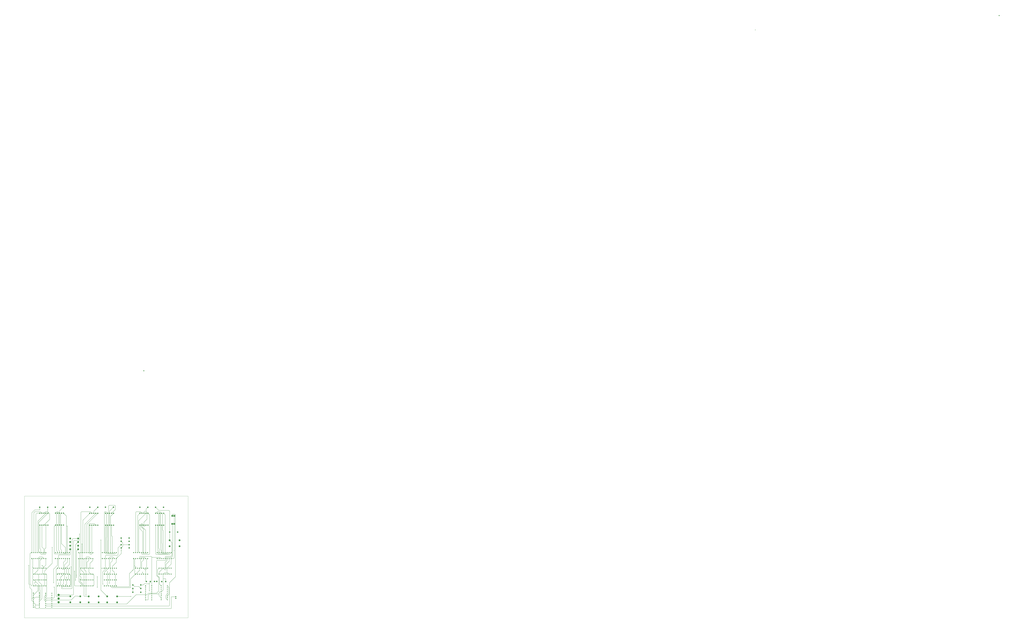
<source format=gbr>
G04 PROTEUS GERBER X2 FILE*
%TF.GenerationSoftware,Labcenter,Proteus,8.11-SP0-Build30052*%
%TF.CreationDate,2021-11-27T06:41:44+00:00*%
%TF.FileFunction,Copper,L2,Bot*%
%TF.FilePolarity,Positive*%
%TF.Part,Single*%
%TF.SameCoordinates,{e397242e-da90-49e6-b63e-a6f9376aac74}*%
%FSLAX45Y45*%
%MOMM*%
G01*
%TA.AperFunction,Conductor*%
%ADD10C,0.254000*%
%TA.AperFunction,ViaPad*%
%ADD11C,0.762000*%
%TA.AperFunction,OtherPad,Unknown*%
%ADD12C,0.762000*%
%ADD13C,1.270000*%
%TA.AperFunction,ComponentPad*%
%ADD14C,1.500000*%
%TA.AperFunction,ComponentPad*%
%ADD15R,1.270000X1.270000*%
%ADD16C,1.270000*%
%TA.AperFunction,WasherPad*%
%ADD17R,1.180000X1.180000*%
%TA.AperFunction,ComponentPad*%
%ADD18C,1.180000*%
%TA.AperFunction,WasherPad*%
%ADD19R,1.130000X1.130000*%
%TA.AperFunction,ComponentPad*%
%ADD70C,1.130000*%
%TA.AperFunction,ComponentPad*%
%ADD71C,2.250000*%
%TA.AperFunction,ComponentPad*%
%ADD20R,2.032000X2.032000*%
%ADD21C,1.778000*%
%ADD22C,2.286000*%
%TA.AperFunction,WasherPad*%
%ADD23C,1.397000*%
%TA.AperFunction,ComponentPad*%
%ADD24C,2.780000*%
%TA.AperFunction,OtherPad,Unknown*%
%ADD25C,1.778000*%
%TA.AperFunction,Profile*%
%ADD26C,0.203200*%
%TD.AperFunction*%
D10*
X-1642000Y+28152000D02*
X-1430000Y+27940000D01*
X-1333500Y+27940000D01*
X-1270000Y+28003500D01*
X-1270000Y+28638500D01*
X-866000Y+29042500D01*
X-866000Y+29380000D01*
X-2150000Y+27390000D02*
X-2150000Y+27644000D01*
X-1642000Y+28152000D01*
X-1828000Y+35164000D02*
X-1714500Y+35050500D01*
X-1714500Y+33043000D01*
X-1628000Y+32956500D01*
X-1628000Y+30142000D01*
X-1574000Y+35164000D02*
X-1374000Y+34964000D01*
X-1374000Y+30142000D01*
X-1828000Y+33640000D02*
X-1828000Y+31355500D01*
X-1778000Y+31305500D01*
X-1778000Y+30099000D01*
X-1714500Y+30035500D01*
X-1226500Y+30035500D01*
X-1120000Y+30142000D01*
X-1388000Y+28152000D02*
X-1388000Y+28892500D01*
X-1120000Y+29160500D01*
X-1120000Y+29380000D01*
X-2336000Y+33640000D02*
X-2336000Y+30403000D01*
X-2286000Y+30353000D01*
X-2286000Y+30035500D01*
X-2222500Y+29972000D01*
X-1036000Y+29972000D01*
X-866000Y+30142000D01*
X-2600000Y+35940000D02*
X-2199676Y+35539676D01*
X-906676Y+35539676D01*
X-800000Y+35433000D01*
X-800000Y+32760000D01*
X-16647000Y+23913000D02*
X-16493500Y+24066500D01*
X-13398500Y+24066500D01*
X-12890500Y+24574500D01*
X-1374000Y+29380000D02*
X-1374000Y+29572839D01*
X-1270000Y+29676839D01*
X-612661Y+29676839D01*
X-508000Y+29781500D01*
X-508000Y+31410000D01*
X-810000Y+31712000D01*
X-11892000Y+29370000D02*
X-11747500Y+29225500D01*
X-11747500Y+28003500D01*
X-11493500Y+27749500D01*
X-11493500Y+24701500D01*
X-1882000Y+29380000D02*
X-2029500Y+29527500D01*
X-2603500Y+29527500D01*
X-4638000Y+29380000D02*
X-4638000Y+29588500D01*
X-4572000Y+29654500D01*
X-3175000Y+29654500D01*
X-3048000Y+29527500D01*
X-2603500Y+29527500D02*
X-3048000Y+29527500D01*
X-3096300Y+25869000D02*
X-3096300Y+29479200D01*
X-3048000Y+29527500D01*
X-12220000Y+24542000D02*
X-12509500Y+24542000D01*
X-12542000Y+24574500D01*
X-12890500Y+24574500D01*
X-810000Y+31712000D02*
X-810000Y+31940500D01*
X-800000Y+31950500D01*
X-800000Y+32760000D01*
X-16647000Y+24675000D02*
X-16647000Y+24929000D01*
X-1887000Y+24609000D02*
X-1887000Y+24863000D01*
X-1093000Y+24355000D02*
X-1093000Y+24609000D01*
X-16647000Y+24675000D02*
X-16827500Y+24494500D01*
X-16827500Y+24093500D01*
X-16647000Y+23913000D01*
X-2590000Y+33640000D02*
X-2590000Y+29972000D01*
X-2526500Y+29908500D01*
X-845500Y+29908500D01*
X-612000Y+30142000D01*
X-2336000Y+35164000D02*
X-2222500Y+35050500D01*
X-2222500Y+30693500D01*
X-2136000Y+30607000D01*
X-2136000Y+30142000D01*
X-2590000Y+35164000D02*
X-2384500Y+35369500D01*
X-2032000Y+35369500D01*
X-1968500Y+35306000D01*
X-1968500Y+30503000D01*
X-1882000Y+30416500D01*
X-1882000Y+30142000D01*
X-4632000Y+28142000D02*
X-4508500Y+28265500D01*
X-4508500Y+29464000D01*
X-4445000Y+29527500D01*
X-4023500Y+29527500D01*
X-3876000Y+29380000D01*
X-4632000Y+28142000D02*
X-4632000Y+27888000D01*
X-5140000Y+27380000D01*
X-3828000Y+35174000D02*
X-4762500Y+34239500D01*
X-4762500Y+30266500D01*
X-4638000Y+30142000D01*
X-5524500Y+27876500D02*
X-5400000Y+28001000D01*
X-5400000Y+29380000D01*
X-3574000Y+35174000D02*
X-3365500Y+34965500D01*
X-3365500Y+29972000D01*
X-3429000Y+29908500D01*
X-4318000Y+29908500D01*
X-4384000Y+29974500D01*
X-4384000Y+30142000D01*
X-5270500Y+28448000D02*
X-5270500Y+29255500D01*
X-5146000Y+29380000D01*
X-4130000Y+30142000D02*
X-4130000Y+33131500D01*
X-4463000Y+33464500D01*
X-4463000Y+33782000D01*
X-4399500Y+33845500D01*
X-4318000Y+33845500D01*
X-4209000Y+33736500D01*
X-4209000Y+33591500D01*
X-4145500Y+33528000D01*
X-3950000Y+33528000D01*
X-3828000Y+33650000D01*
X-4378000Y+28142000D02*
X-4378000Y+28962000D01*
X-4130000Y+29210000D01*
X-4130000Y+29380000D01*
X-3876000Y+30142000D02*
X-3876000Y+33004500D01*
X-4336000Y+33464500D01*
X-4336000Y+33650000D01*
X-4590000Y+33650000D02*
X-4590000Y+33165000D01*
X-4254500Y+32829500D01*
X-4254500Y+30099000D01*
X-4191000Y+30035500D01*
X-3728500Y+30035500D01*
X-3622000Y+30142000D01*
X-4336000Y+35174000D02*
X-4531500Y+35369500D01*
X-5080000Y+35369500D01*
X-5146000Y+35303500D01*
X-5146000Y+30142000D01*
X-4590000Y+35174000D02*
X-4892000Y+34872000D01*
X-4892000Y+30142000D01*
X-8763000Y+27686000D02*
X-8763000Y+26011000D01*
X-8632000Y+25880000D01*
X-5143500Y+28321000D02*
X-5140000Y+28317500D01*
X-5140000Y+28142000D01*
X-12827000Y+26606500D02*
X-12827000Y+31157000D01*
X-12494000Y+31490000D01*
X-14622000Y+25880000D02*
X-14622000Y+25590500D01*
X-14558500Y+25527000D01*
X-13335000Y+25527000D01*
X-13271500Y+25590500D01*
X-13271500Y+31813500D01*
X-13145000Y+31940000D01*
X-12494000Y+31940000D01*
X-12140000Y+28142000D02*
X-12140000Y+27940000D01*
X-11747500Y+27547500D01*
X-11747500Y+24595500D01*
X-11684000Y+24532000D01*
X-11150000Y+24532000D01*
X-12140000Y+28142000D02*
X-12001500Y+28280500D01*
X-12001500Y+31242000D01*
X-8632000Y+28142000D02*
X-8509000Y+28265000D01*
X-8509000Y+29527500D01*
X-8445500Y+29591000D01*
X-8087000Y+29591000D01*
X-7876000Y+29380000D01*
X-9140000Y+27380000D02*
X-9140000Y+27634000D01*
X-8632000Y+28142000D01*
X-14478000Y+27241500D02*
X-14732000Y+26987500D01*
X-14732000Y+26024000D01*
X-14876000Y+25880000D01*
X-8228000Y+35164000D02*
X-7747000Y+35645000D01*
X-7747000Y+36131500D01*
X-7810500Y+36195000D01*
X-8509000Y+36195000D01*
X-8609000Y+36095000D01*
X-8609000Y+31715500D01*
X-8638000Y+31686500D01*
X-8638000Y+30142000D01*
X-7974000Y+35164000D02*
X-8355000Y+34783000D01*
X-8355000Y+30509000D01*
X-8384000Y+30480000D01*
X-8384000Y+30142000D01*
X-8228000Y+33640000D02*
X-8228000Y+32292500D01*
X-8130000Y+32194500D01*
X-8130000Y+30142000D01*
X-8378000Y+28142000D02*
X-8378000Y+28829000D01*
X-8130000Y+29077000D01*
X-8130000Y+29380000D01*
X-8378000Y+28142000D02*
X-8378000Y+27622500D01*
X-8509000Y+27491500D01*
X-8509000Y+26225500D01*
X-14986000Y+26225500D02*
X-14986000Y+26024000D01*
X-15130000Y+25880000D01*
X-8736000Y+33640000D02*
X-8736000Y+30380000D01*
X-8763000Y+30353000D01*
X-8763000Y+30099000D01*
X-8699500Y+30035500D01*
X-7982500Y+30035500D01*
X-7876000Y+30142000D01*
X-8990000Y+33640000D02*
X-8990000Y+33364500D01*
X-9017000Y+33337500D01*
X-9017000Y+30035500D01*
X-8953500Y+29972000D01*
X-7792000Y+29972000D01*
X-7622000Y+30142000D01*
X-8736000Y+35164000D02*
X-8941500Y+35369500D01*
X-9080500Y+35369500D01*
X-9146000Y+35304000D01*
X-9146000Y+30142000D01*
X-8990000Y+35164000D02*
X-8863000Y+35037000D01*
X-8863000Y+32096500D01*
X-8892000Y+32067500D01*
X-8892000Y+30142000D01*
X-9525000Y+28130500D02*
X-9461500Y+28130500D01*
X-9450000Y+28142000D01*
X-9140000Y+28142000D01*
X-9588500Y+31750000D02*
X-9588500Y+28194000D01*
X-9525000Y+28130500D01*
X-9588500Y+28067000D01*
X-9588500Y+25340500D01*
X-8780000Y+24532000D01*
X-11632000Y+28142000D02*
X-11493500Y+28280500D01*
X-11493500Y+29527500D01*
X-11430000Y+29591000D01*
X-11097000Y+29591000D01*
X-10876000Y+29370000D01*
X-10238000Y+35164000D02*
X-11638000Y+33764000D01*
X-11638000Y+30132000D01*
X-12400000Y+29370000D02*
X-12400000Y+26433500D01*
X-12001500Y+26035000D01*
X-14097000Y+26035000D02*
X-14114000Y+26018000D01*
X-14114000Y+25880000D01*
X-9984000Y+35164000D02*
X-11384000Y+33764000D01*
X-11384000Y+30132000D01*
X-13398500Y+28321000D02*
X-13398500Y+25836850D01*
X-13462000Y+25773350D01*
X-14261350Y+25773350D01*
X-14368000Y+25880000D01*
X-10238000Y+33640000D02*
X-10443500Y+33845500D01*
X-11049000Y+33845500D01*
X-11130000Y+33764500D01*
X-11130000Y+30132000D01*
X-11378000Y+28142000D02*
X-11378000Y+28898500D01*
X-11130000Y+29146500D01*
X-11130000Y+29370000D01*
X-10746000Y+33640000D02*
X-10746000Y+30262000D01*
X-10876000Y+30132000D01*
X-11000000Y+33640000D02*
X-11000000Y+29972000D01*
X-10936500Y+29908500D01*
X-10845500Y+29908500D01*
X-10622000Y+30132000D01*
X-10746000Y+35164000D02*
X-10951500Y+35369500D01*
X-12065000Y+35369500D01*
X-12146000Y+35288500D01*
X-12146000Y+30132000D01*
X-11000000Y+35164000D02*
X-11892000Y+34272000D01*
X-11892000Y+30132000D01*
X-12700000Y+27241500D02*
X-12700000Y+30354000D01*
X-12494000Y+30560000D01*
X-13970000Y+26987500D02*
X-13970000Y+25990000D01*
X-13860000Y+25880000D01*
X-12700000Y+27241500D02*
X-12700000Y+26987500D01*
X-14224000Y+28067000D02*
X-14224000Y+28575000D01*
X-13876000Y+28923000D01*
X-13876000Y+29380000D01*
X-14224000Y+27432000D02*
X-14287500Y+27495500D01*
X-15014500Y+27495500D01*
X-15130000Y+27380000D01*
X-14114000Y+26642000D02*
X-14224000Y+26752000D01*
X-14224000Y+27432000D01*
X-14224000Y+28067000D02*
X-14287500Y+28003500D01*
X-14483500Y+28003500D01*
X-14622000Y+28142000D01*
X-12255500Y+26733500D02*
X-12255500Y+26479500D01*
X-11886000Y+26110000D01*
X-11886000Y+25880000D01*
X-14224000Y+28067000D02*
X-14224000Y+27432000D01*
X-14618000Y+35184000D02*
X-14732000Y+35070000D01*
X-14732000Y+30574000D01*
X-14638000Y+30480000D01*
X-14638000Y+30142000D01*
X-13860000Y+28142000D02*
X-13716000Y+27998000D01*
X-13716000Y+26786000D01*
X-13860000Y+26642000D01*
X-14364000Y+35184000D02*
X-14003000Y+34823000D01*
X-14003000Y+30099000D01*
X-14066500Y+30035500D01*
X-14277500Y+30035500D01*
X-14384000Y+30142000D01*
X-15146000Y+29380000D02*
X-15146000Y+28511500D01*
X-15621000Y+28036500D01*
X-15621000Y+26289000D01*
X-17907000Y+26035000D02*
X-17886000Y+26014000D01*
X-17886000Y+25880000D01*
X-14618000Y+33660000D02*
X-14618000Y+31285500D01*
X-14130000Y+30797500D01*
X-14130000Y+30142000D01*
X-12954000Y+27749500D02*
X-12954000Y+25943500D01*
X-12890500Y+25880000D01*
X-12140000Y+25880000D01*
X-14368000Y+28142000D02*
X-14368000Y+28892500D01*
X-14130000Y+29130500D01*
X-14130000Y+29380000D01*
X-13906500Y+33528000D02*
X-13876000Y+33497500D01*
X-13876000Y+30142000D01*
X-15380000Y+33660000D02*
X-15557500Y+33482500D01*
X-15557500Y+30035500D01*
X-15494000Y+29972000D01*
X-13792000Y+29972000D01*
X-13622000Y+30142000D01*
X-15126000Y+35184000D02*
X-15240000Y+35070000D01*
X-15240000Y+30383500D01*
X-15146000Y+30289500D01*
X-15146000Y+30142000D01*
X-15380000Y+35184000D02*
X-15194500Y+35369500D01*
X-15049500Y+35369500D01*
X-14986000Y+35306000D01*
X-14986000Y+30447000D01*
X-14892000Y+30353000D01*
X-14892000Y+30142000D01*
X-15130000Y+28142000D02*
X-15303500Y+27968500D01*
X-15303500Y+24605500D01*
X-15240000Y+24542000D01*
X-13490000Y+24542000D01*
X-15130000Y+28142000D02*
X-15011000Y+28261000D01*
X-15011000Y+29756500D01*
X-14922500Y+29845000D01*
X-13573500Y+29845000D01*
X-13510000Y+29908500D01*
X-13510000Y+30560000D01*
X-13510000Y+31030000D02*
X-13510000Y+30560000D01*
X-17632000Y+27380000D02*
X-17526000Y+27274000D01*
X-17526000Y+26416000D01*
X-17124000Y+26014000D01*
X-17124000Y+25880000D01*
X-17124000Y+24258000D01*
X-17448000Y+23934000D01*
X-17632000Y+28142000D02*
X-17526000Y+28248000D01*
X-17526000Y+29527500D01*
X-17462500Y+29591000D01*
X-17087000Y+29591000D01*
X-16876000Y+29380000D01*
X-18140000Y+27380000D02*
X-17632000Y+27888000D01*
X-17632000Y+28142000D01*
X-16618000Y+35174000D02*
X-17638000Y+34154000D01*
X-17638000Y+30142000D01*
X-18288000Y+27749500D02*
X-18288000Y+28257500D01*
X-18288000Y+27749500D02*
X-18288000Y+26028000D01*
X-18140000Y+25880000D01*
X-18288000Y+28257500D02*
X-18288000Y+29268000D01*
X-18400000Y+29380000D01*
X-16364000Y+35174000D02*
X-17526000Y+34012000D01*
X-17526000Y+30284000D01*
X-17384000Y+30142000D01*
X-16618000Y+33650000D02*
X-16618000Y+30753000D01*
X-16764000Y+30607000D01*
X-16764000Y+30099000D01*
X-16827500Y+30035500D01*
X-17023500Y+30035500D01*
X-17130000Y+30142000D01*
X-17378000Y+28142000D02*
X-17378000Y+29132000D01*
X-17130000Y+29380000D01*
X-17126000Y+33650000D02*
X-17126000Y+30857000D01*
X-16876000Y+30607000D01*
X-16876000Y+30142000D01*
X-17380000Y+33650000D02*
X-17380000Y+30651500D01*
X-17272000Y+30543500D01*
X-17272000Y+29972000D01*
X-17208500Y+29908500D01*
X-16700500Y+29908500D01*
X-16622000Y+29987000D01*
X-16622000Y+30142000D01*
X-17126000Y+35174000D02*
X-17321500Y+35369500D01*
X-18034000Y+35369500D01*
X-18146000Y+35257500D01*
X-18146000Y+30142000D01*
X-17380000Y+35174000D02*
X-17780000Y+35174000D01*
X-17892000Y+35062000D01*
X-17892000Y+30142000D01*
X-17378000Y+25880000D02*
X-17378000Y+25336500D01*
X-17335500Y+25294000D01*
X-17335500Y+24300500D01*
X-17448000Y+24188000D01*
X-14478000Y+26035000D02*
X-14478000Y+25717500D01*
X-7000000Y+31150000D02*
X-7394282Y+30755718D01*
X-7394282Y+29880218D01*
X-7493000Y+29781500D01*
X-8953500Y+29781500D01*
X-9017000Y+29718000D01*
X-9017000Y+28003500D01*
X-9363074Y+27657426D01*
X-9363074Y+26127074D01*
X-9334500Y+26098500D01*
X-15557500Y+25717500D02*
X-15527140Y+25687140D01*
X-15527140Y+24414360D01*
X-15621000Y+24320500D01*
X-16493500Y+24320500D01*
X-16647000Y+24167000D01*
X-14478000Y+26035000D02*
X-14368000Y+26145000D01*
X-14368000Y+26642000D01*
X-15811500Y+30797500D02*
X-15811500Y+28765500D01*
X-16764000Y+27813000D01*
X-16764000Y+25986000D01*
X-16870000Y+25880000D01*
X-12509500Y+30797500D02*
X-12494000Y+30813000D01*
X-12494000Y+31030000D01*
X-16647000Y+23405000D02*
X-16546500Y+23304500D01*
X-889000Y+23304500D01*
X-825500Y+23368000D01*
X-825500Y+26289000D01*
X-63500Y+27051000D01*
X-63500Y+34988500D01*
X-127000Y+35052000D01*
X-470000Y+35052000D01*
X-470000Y+34840000D01*
X-16383000Y+35369500D02*
X-16129000Y+35115500D01*
X-16129000Y+34393000D01*
X-16872000Y+33650000D01*
X-16383000Y+35369500D02*
X-16676500Y+35369500D01*
X-16872000Y+35174000D01*
X-16383000Y+35369500D02*
X-16383000Y+35560000D01*
X-16384000Y+35561000D01*
X-16384000Y+35940000D01*
X-14872000Y+35184000D02*
X-14872000Y+35466000D01*
X-14394000Y+35944000D01*
X-14872000Y+35184000D02*
X-14872000Y+33660000D01*
X-10492000Y+35164000D02*
X-10492000Y+35432000D01*
X-9984000Y+35940000D01*
X-8482000Y+35164000D02*
X-8482000Y+35446000D01*
X-7984000Y+35944000D01*
X-8482000Y+35164000D02*
X-8482000Y+33640000D01*
X-3810000Y+35433000D02*
X-3701000Y+35324000D01*
X-3701000Y+34417000D01*
X-4082000Y+34036000D01*
X-4082000Y+33650000D01*
X-3810000Y+35433000D02*
X-3810000Y+35724000D01*
X-3594000Y+35940000D01*
X-3810000Y+35433000D02*
X-4018500Y+35433000D01*
X-4082000Y+35369500D01*
X-4082000Y+35174000D01*
X-2082000Y+35164000D02*
X-2082000Y+33640000D01*
X-5510000Y+25070000D02*
X-5510000Y+25550000D01*
X-17632000Y+25880000D02*
X-17632000Y+25274000D01*
X-18210000Y+24696000D01*
X-12319000Y+32512000D02*
X-12319000Y+31750000D01*
X-12382500Y+31686500D01*
X-13017500Y+31686500D01*
X-13081000Y+31623000D01*
X-13081000Y+24793500D01*
X-13144500Y+24730000D01*
X-14990000Y+24730000D01*
X-17018000Y+28142000D02*
X-17124000Y+28142000D01*
X-1134000Y+28152000D02*
X-612000Y+28674000D01*
X-612000Y+29380000D01*
X-3873500Y+27940000D02*
X-3746500Y+28067000D01*
X-3746500Y+29255500D01*
X-3622000Y+29380000D01*
X-3870000Y+27380000D02*
X-3870000Y+27936500D01*
X-3873500Y+27940000D01*
X-8124000Y+28142000D02*
X-8124000Y+28384500D01*
X-7622000Y+28886500D01*
X-7622000Y+29380000D01*
X-17018000Y+28130500D02*
X-17018000Y+28142000D01*
X-11124000Y+28142000D02*
X-10985500Y+28280500D01*
X-10985500Y+28765500D01*
X-10622000Y+29129000D01*
X-10622000Y+29370000D01*
X-13970000Y+28257500D02*
X-13622000Y+28605500D01*
X-13622000Y+29380000D01*
X-7870000Y+27380000D02*
X-7870000Y+27622500D01*
X-8124000Y+27876500D01*
X-8124000Y+28142000D01*
X-16870000Y+27380000D02*
X-17018000Y+27528000D01*
X-17018000Y+28130500D01*
X-3873500Y+27940000D02*
X-3922000Y+27940000D01*
X-4124000Y+28142000D01*
X-1887000Y+24355000D02*
X-2159000Y+24627000D01*
X-2159000Y+24828500D01*
X-10870000Y+27380000D02*
X-11124000Y+27634000D01*
X-11124000Y+28142000D01*
X-13860000Y+27380000D02*
X-13970000Y+27490000D01*
X-13970000Y+27998000D01*
X-14114000Y+28142000D01*
X-17448000Y+24442000D02*
X-17912499Y+24442001D01*
X-18034000Y+24320500D01*
X-7000000Y+31580000D02*
X-6794500Y+31374500D01*
X-6794500Y+31150000D01*
X-6990000Y+30740000D02*
X-6794500Y+30935500D01*
X-6794500Y+31150000D01*
X-1642000Y+27390000D02*
X-1473000Y+27559000D01*
X-1143000Y+27559000D01*
X-16616000Y+25880000D02*
X-16510000Y+25774000D01*
X-16510000Y+24558000D01*
X-16647000Y+24421000D01*
X-18210000Y+23680000D02*
X-18092000Y+23680000D01*
X-17970500Y+23558500D01*
X-17970500Y+23431500D01*
X-880000Y+27390000D02*
X-1049000Y+27559000D01*
X-1143000Y+27559000D01*
X-18210000Y+24442000D02*
X-18088500Y+24320500D01*
X-18034000Y+24320500D01*
X-226000Y+33810000D02*
X-226000Y+34036000D01*
X-216000Y+34046000D01*
X-216000Y+34840000D01*
X-1134000Y+28152000D02*
X-1134000Y+27940000D01*
X-1143000Y+27931000D01*
X-1143000Y+27559000D01*
X-17448000Y+23426000D02*
X-17653000Y+23426000D01*
X-17658500Y+23431500D01*
X-17970500Y+23431500D01*
X-14114000Y+28142000D02*
X-13998500Y+28257500D01*
X-13970000Y+28257500D01*
X-13606000Y+27380000D02*
X-13462000Y+27236000D01*
X-13462000Y+26024000D01*
X-13606000Y+25880000D01*
X-7870000Y+27380000D02*
X-7747000Y+27257000D01*
X-7747000Y+26011000D01*
X-7616000Y+25880000D01*
X-6794500Y+31150000D02*
X-5984000Y+31150000D01*
X-7000000Y+31580000D02*
X-7000000Y+32000000D01*
X-1887000Y+24355000D02*
X-1887000Y+24101000D01*
X-17448000Y+23426000D02*
X-17448000Y+23680000D01*
X-17448000Y+24442001D02*
X-17448000Y+24442000D01*
X-17448000Y+24696000D01*
X-17448000Y+24696001D01*
X-18210000Y+23934000D02*
X-18210000Y+23680000D01*
X-10870000Y+27380000D02*
X-10616000Y+27380000D01*
X-10477500Y+27241500D02*
X-10477500Y+27114500D01*
X-10616000Y+27380000D02*
X-10477500Y+27241500D01*
X-10477500Y+27114500D02*
X-10477500Y+26018500D01*
X-10616000Y+25880000D01*
X-16616000Y+27380000D02*
X-16510000Y+27274000D01*
X-16510000Y+25986000D01*
X-16616000Y+25880000D01*
X-12400000Y+30132000D02*
X-12255500Y+29987500D01*
X-12255500Y+27114500D01*
X-12140000Y+26999000D01*
X-12140000Y+26642000D01*
X-4254500Y+27622500D02*
X-4254500Y+27510500D01*
X-4124000Y+27380000D01*
X-1312000Y+26430000D02*
X-1312000Y+26800000D01*
X-1642000Y+26800000D01*
X-1642000Y+27390000D02*
X-1642000Y+26800000D01*
X-1642000Y+25362000D01*
X-1887000Y+25117000D01*
X-5524500Y+27876500D02*
X-5950000Y+27451000D01*
X-5950000Y+25773350D01*
X-8017350Y+25773350D01*
X-8124000Y+25880000D01*
X-5270500Y+27300000D02*
X-5800000Y+26770500D01*
X-5800000Y+25650000D01*
X-5270500Y+28448000D02*
X-5270500Y+27300000D01*
X-5800000Y+25650000D02*
X-8148000Y+25650000D01*
X-8378000Y+25880000D01*
X-3870000Y+27380000D02*
X-3870000Y+26800000D01*
X-3870000Y+26650000D01*
X-3870000Y+26600000D01*
X-3870000Y+26530000D01*
X-3780000Y+26440000D01*
X-5510000Y+26000000D02*
X-5310000Y+25800000D01*
X-4744000Y+25800000D01*
X-4494000Y+25550000D01*
X-2283000Y+24850000D02*
X-2159000Y+24850000D01*
X-1887000Y+25117000D02*
X-2061000Y+25117000D01*
X-2159000Y+25019000D01*
X-2159000Y+24850000D01*
X-2159000Y+24828500D01*
X-3096300Y+24853000D02*
X-2286000Y+24853000D01*
X-2283000Y+24850000D01*
X-1093000Y+24609000D02*
X-900000Y+24802000D01*
X-900000Y+25686000D01*
X-1093000Y+25879000D01*
X-4494000Y+26000000D02*
X-4200000Y+26000000D01*
X-4100000Y+26100000D01*
X-4050000Y+26150000D01*
X-3450000Y+26150000D01*
X-3272000Y+26328000D01*
X-3272000Y+26440000D01*
X-3100000Y+24950000D02*
X-2476500Y+24950000D01*
X-3700000Y+24750000D02*
X-3500000Y+24950000D01*
X-3100000Y+24950000D01*
X-16647000Y+23659000D02*
X-16546500Y+23558500D01*
X-6286500Y+23558500D01*
X-5095000Y+24750000D01*
X-3700000Y+24750000D01*
X-3883700Y+24091000D02*
X-3550000Y+24091000D01*
X-3550000Y+24700000D01*
X-3397000Y+24853000D01*
X-3096300Y+24853000D01*
X-3400000Y+25250000D02*
X-3400000Y+26100000D01*
X-3450000Y+26150000D01*
X-1093000Y+24101000D02*
X-1292000Y+24300000D01*
X-1292000Y+24664000D01*
X-1093000Y+24863000D01*
X-2349500Y+27200000D02*
X-2104000Y+26954500D01*
X-2104000Y+26096000D01*
X-1887000Y+25879000D02*
X-2104000Y+26096000D01*
X-2349500Y+27200000D02*
X-2349500Y+27952500D01*
X-2150000Y+28152000D01*
X-2476500Y+27200000D02*
X-2200000Y+26923500D01*
X-2200000Y+25226500D01*
X-2476500Y+24950000D01*
X-2476500Y+27200000D02*
X-2476500Y+29083000D01*
X-2413000Y+29146500D01*
X-1333500Y+29146500D01*
X-1270000Y+29210000D01*
X-1270000Y+29464000D01*
X-1206500Y+29527500D01*
X-571500Y+29527500D01*
X-457200Y+29641800D01*
X-457200Y+33568700D01*
X-480000Y+33591500D01*
X-480000Y+33810000D01*
X-18400000Y+30142000D02*
X-18400000Y+31000000D01*
X-18400000Y+35250000D01*
X-18050000Y+35600000D01*
X-17400000Y+35600000D01*
X-17400000Y+35940000D01*
X-7510000Y+24532000D02*
X-5750000Y+24532000D01*
X-10049500Y+25700000D02*
X-10049500Y+27050000D01*
X-7550000Y+29600000D02*
X-7476000Y+29526000D01*
X-7622000Y+29380000D02*
X-7476000Y+29526000D01*
X-18140000Y+26642000D02*
X-17899000Y+26401000D01*
X-17526000Y+26028000D01*
X-17526000Y+25146000D01*
X-17448000Y+25068000D01*
X-17448000Y+24950000D01*
X-17899000Y+26401000D02*
X-18050000Y+26250000D01*
X-18400000Y+25900000D02*
X-18650000Y+26150000D01*
X-18650000Y+30000000D01*
X-18508000Y+30142000D01*
X-18400000Y+30142000D01*
X-7476000Y+29526000D02*
X-6990000Y+30012000D01*
X-6990000Y+30400000D01*
X-6990000Y+30740000D01*
X-612000Y+29380000D02*
X-310000Y+29380000D01*
X-226000Y+29464000D01*
X-226000Y+30400000D01*
X-226000Y+33810000D01*
X-18415000Y+24237000D02*
X-18415000Y+25400000D01*
X-18665000Y+25650000D01*
X-18665000Y+26000000D01*
X-18800000Y+26135000D01*
X-18800000Y+28500000D01*
X-17100000Y+28500000D02*
X-16880000Y+28280000D01*
X-17018000Y+28142000D02*
X-16880000Y+28280000D01*
X-16622000Y+28538000D01*
X-16622000Y+29380000D01*
X-18210000Y+24442000D02*
X-18415000Y+24237000D01*
X-18415000Y+23997500D01*
X-18351500Y+23934000D01*
X-18210000Y+23934000D01*
X-18034000Y+23172000D02*
X-17850000Y+22988000D01*
X-600000Y+22988000D01*
X-600000Y+24490000D01*
X-20000Y+24490000D01*
X-17970500Y+23431500D02*
X-17970500Y+23235500D01*
X-18034000Y+23172000D01*
X-18210000Y+23172000D01*
D11*
X-11493500Y+24701500D03*
X-8763000Y+27686000D03*
X-5143500Y+28321000D03*
X-12827000Y+26606500D03*
X-12001500Y+31242000D03*
X-14478000Y+27241500D03*
X-8509000Y+26225500D03*
X-14986000Y+26225500D03*
X-9588500Y+31750000D03*
X-12001500Y+26035000D03*
X-14097000Y+26035000D03*
X-13398500Y+28321000D03*
X-13970000Y+26987500D03*
X-12700000Y+26987500D03*
X-12700000Y+27241500D03*
X-12255500Y+26733500D03*
X-15621000Y+26289000D03*
X-17907000Y+26035000D03*
X-12954000Y+27749500D03*
X-13906500Y+33528000D03*
X-18288000Y+28257500D03*
X-9334500Y+26098500D03*
X-14478000Y+25717500D03*
X-15557500Y+25717500D03*
X-15811500Y+30797500D03*
X-12509500Y+30797500D03*
X-12319000Y+32512000D03*
X-4254500Y+27622500D03*
X-5270500Y+28448000D03*
X-5524500Y+27876500D03*
X-3400000Y+25250000D03*
X-5750000Y+24532000D03*
X-10049500Y+25700000D03*
X-10049500Y+27050000D03*
X-18050000Y+26250000D03*
X-18400000Y+25900000D03*
X-6990000Y+30400000D03*
X-226000Y+30400000D03*
X-18800000Y+28500000D03*
X-17100000Y+28500000D03*
D12*
X+74000000Y+97000000D03*
D13*
X+105150000Y+98840000D03*
D14*
X-2590000Y+33640000D03*
X-2336000Y+33640000D03*
X-2082000Y+33640000D03*
X-1828000Y+33640000D03*
X-1574000Y+33640000D03*
X-1574000Y+35164000D03*
X-1828000Y+35164000D03*
X-2082000Y+35164000D03*
X-2336000Y+35164000D03*
X-2590000Y+35164000D03*
X-4590000Y+33650000D03*
X-4336000Y+33650000D03*
X-4082000Y+33650000D03*
X-3828000Y+33650000D03*
X-3574000Y+33650000D03*
X-3574000Y+35174000D03*
X-3828000Y+35174000D03*
X-4082000Y+35174000D03*
X-4336000Y+35174000D03*
X-4590000Y+35174000D03*
X-8990000Y+33640000D03*
X-8736000Y+33640000D03*
X-8482000Y+33640000D03*
X-8228000Y+33640000D03*
X-7974000Y+33640000D03*
X-7974000Y+35164000D03*
X-8228000Y+35164000D03*
X-8482000Y+35164000D03*
X-8736000Y+35164000D03*
X-8990000Y+35164000D03*
X-11000000Y+33640000D03*
X-10746000Y+33640000D03*
X-10492000Y+33640000D03*
X-10238000Y+33640000D03*
X-9984000Y+33640000D03*
X-9984000Y+35164000D03*
X-10238000Y+35164000D03*
X-10492000Y+35164000D03*
X-10746000Y+35164000D03*
X-11000000Y+35164000D03*
X-15380000Y+33660000D03*
X-15126000Y+33660000D03*
X-14872000Y+33660000D03*
X-14618000Y+33660000D03*
X-14364000Y+33660000D03*
X-14364000Y+35184000D03*
X-14618000Y+35184000D03*
X-14872000Y+35184000D03*
X-15126000Y+35184000D03*
X-15380000Y+35184000D03*
X-17380000Y+33650000D03*
X-17126000Y+33650000D03*
X-16872000Y+33650000D03*
X-16618000Y+33650000D03*
X-16364000Y+33650000D03*
X-16364000Y+35174000D03*
X-16618000Y+35174000D03*
X-16872000Y+35174000D03*
X-17126000Y+35174000D03*
X-17380000Y+35174000D03*
D15*
X-2150000Y+27390000D03*
D16*
X-1896000Y+27390000D03*
X-1642000Y+27390000D03*
X-1388000Y+27390000D03*
X-1134000Y+27390000D03*
X-880000Y+27390000D03*
X-626000Y+27390000D03*
X-626000Y+28152000D03*
X-880000Y+28152000D03*
X-1134000Y+28152000D03*
X-1388000Y+28152000D03*
X-1642000Y+28152000D03*
X-1896000Y+28152000D03*
X-2150000Y+28152000D03*
D15*
X-2390000Y+29380000D03*
D16*
X-2136000Y+29380000D03*
X-1882000Y+29380000D03*
X-1628000Y+29380000D03*
X-1374000Y+29380000D03*
X-1120000Y+29380000D03*
X-866000Y+29380000D03*
X-612000Y+29380000D03*
X-612000Y+30142000D03*
X-866000Y+30142000D03*
X-1120000Y+30142000D03*
X-1374000Y+30142000D03*
X-1628000Y+30142000D03*
X-1882000Y+30142000D03*
X-2136000Y+30142000D03*
X-2390000Y+30142000D03*
D15*
X-5140000Y+27380000D03*
D16*
X-4886000Y+27380000D03*
X-4632000Y+27380000D03*
X-4378000Y+27380000D03*
X-4124000Y+27380000D03*
X-3870000Y+27380000D03*
X-3616000Y+27380000D03*
X-3616000Y+28142000D03*
X-3870000Y+28142000D03*
X-4124000Y+28142000D03*
X-4378000Y+28142000D03*
X-4632000Y+28142000D03*
X-4886000Y+28142000D03*
X-5140000Y+28142000D03*
D15*
X-5400000Y+29380000D03*
D16*
X-5146000Y+29380000D03*
X-4892000Y+29380000D03*
X-4638000Y+29380000D03*
X-4384000Y+29380000D03*
X-4130000Y+29380000D03*
X-3876000Y+29380000D03*
X-3622000Y+29380000D03*
X-3622000Y+30142000D03*
X-3876000Y+30142000D03*
X-4130000Y+30142000D03*
X-4384000Y+30142000D03*
X-4638000Y+30142000D03*
X-4892000Y+30142000D03*
X-5146000Y+30142000D03*
X-5400000Y+30142000D03*
D15*
X-9140000Y+27380000D03*
D16*
X-8886000Y+27380000D03*
X-8632000Y+27380000D03*
X-8378000Y+27380000D03*
X-8124000Y+27380000D03*
X-7870000Y+27380000D03*
X-7616000Y+27380000D03*
X-7616000Y+28142000D03*
X-7870000Y+28142000D03*
X-8124000Y+28142000D03*
X-8378000Y+28142000D03*
X-8632000Y+28142000D03*
X-8886000Y+28142000D03*
X-9140000Y+28142000D03*
D15*
X-9400000Y+29380000D03*
D16*
X-9146000Y+29380000D03*
X-8892000Y+29380000D03*
X-8638000Y+29380000D03*
X-8384000Y+29380000D03*
X-8130000Y+29380000D03*
X-7876000Y+29380000D03*
X-7622000Y+29380000D03*
X-7622000Y+30142000D03*
X-7876000Y+30142000D03*
X-8130000Y+30142000D03*
X-8384000Y+30142000D03*
X-8638000Y+30142000D03*
X-8892000Y+30142000D03*
X-9146000Y+30142000D03*
X-9400000Y+30142000D03*
D15*
X-12140000Y+27380000D03*
D16*
X-11886000Y+27380000D03*
X-11632000Y+27380000D03*
X-11378000Y+27380000D03*
X-11124000Y+27380000D03*
X-10870000Y+27380000D03*
X-10616000Y+27380000D03*
X-10616000Y+28142000D03*
X-10870000Y+28142000D03*
X-11124000Y+28142000D03*
X-11378000Y+28142000D03*
X-11632000Y+28142000D03*
X-11886000Y+28142000D03*
X-12140000Y+28142000D03*
D15*
X-12400000Y+29370000D03*
D16*
X-12146000Y+29370000D03*
X-11892000Y+29370000D03*
X-11638000Y+29370000D03*
X-11384000Y+29370000D03*
X-11130000Y+29370000D03*
X-10876000Y+29370000D03*
X-10622000Y+29370000D03*
X-10622000Y+30132000D03*
X-10876000Y+30132000D03*
X-11130000Y+30132000D03*
X-11384000Y+30132000D03*
X-11638000Y+30132000D03*
X-11892000Y+30132000D03*
X-12146000Y+30132000D03*
X-12400000Y+30132000D03*
D15*
X-15130000Y+27380000D03*
D16*
X-14876000Y+27380000D03*
X-14622000Y+27380000D03*
X-14368000Y+27380000D03*
X-14114000Y+27380000D03*
X-13860000Y+27380000D03*
X-13606000Y+27380000D03*
X-13606000Y+28142000D03*
X-13860000Y+28142000D03*
X-14114000Y+28142000D03*
X-14368000Y+28142000D03*
X-14622000Y+28142000D03*
X-14876000Y+28142000D03*
X-15130000Y+28142000D03*
D15*
X-15400000Y+29380000D03*
D16*
X-15146000Y+29380000D03*
X-14892000Y+29380000D03*
X-14638000Y+29380000D03*
X-14384000Y+29380000D03*
X-14130000Y+29380000D03*
X-13876000Y+29380000D03*
X-13622000Y+29380000D03*
X-13622000Y+30142000D03*
X-13876000Y+30142000D03*
X-14130000Y+30142000D03*
X-14384000Y+30142000D03*
X-14638000Y+30142000D03*
X-14892000Y+30142000D03*
X-15146000Y+30142000D03*
X-15400000Y+30142000D03*
D15*
X-18140000Y+27380000D03*
D16*
X-17886000Y+27380000D03*
X-17632000Y+27380000D03*
X-17378000Y+27380000D03*
X-17124000Y+27380000D03*
X-16870000Y+27380000D03*
X-16616000Y+27380000D03*
X-16616000Y+28142000D03*
X-16870000Y+28142000D03*
X-17124000Y+28142000D03*
X-17378000Y+28142000D03*
X-17632000Y+28142000D03*
X-17886000Y+28142000D03*
X-18140000Y+28142000D03*
D15*
X-18400000Y+29380000D03*
D16*
X-18146000Y+29380000D03*
X-17892000Y+29380000D03*
X-17638000Y+29380000D03*
X-17384000Y+29380000D03*
X-17130000Y+29380000D03*
X-16876000Y+29380000D03*
X-16622000Y+29380000D03*
X-16622000Y+30142000D03*
X-16876000Y+30142000D03*
X-17130000Y+30142000D03*
X-17384000Y+30142000D03*
X-17638000Y+30142000D03*
X-17892000Y+30142000D03*
X-18146000Y+30142000D03*
X-18400000Y+30142000D03*
D15*
X-18140000Y+25880000D03*
D16*
X-17886000Y+25880000D03*
X-17632000Y+25880000D03*
X-17378000Y+25880000D03*
X-17124000Y+25880000D03*
X-16870000Y+25880000D03*
X-16616000Y+25880000D03*
X-16616000Y+26642000D03*
X-16870000Y+26642000D03*
X-17124000Y+26642000D03*
X-17378000Y+26642000D03*
X-17632000Y+26642000D03*
X-17886000Y+26642000D03*
X-18140000Y+26642000D03*
D15*
X-9140000Y+25880000D03*
D16*
X-8886000Y+25880000D03*
X-8632000Y+25880000D03*
X-8378000Y+25880000D03*
X-8124000Y+25880000D03*
X-7870000Y+25880000D03*
X-7616000Y+25880000D03*
X-7616000Y+26642000D03*
X-7870000Y+26642000D03*
X-8124000Y+26642000D03*
X-8378000Y+26642000D03*
X-8632000Y+26642000D03*
X-8886000Y+26642000D03*
X-9140000Y+26642000D03*
D15*
X-15130000Y+25880000D03*
D16*
X-14876000Y+25880000D03*
X-14622000Y+25880000D03*
X-14368000Y+25880000D03*
X-14114000Y+25880000D03*
X-13860000Y+25880000D03*
X-13606000Y+25880000D03*
X-13606000Y+26642000D03*
X-13860000Y+26642000D03*
X-14114000Y+26642000D03*
X-14368000Y+26642000D03*
X-14622000Y+26642000D03*
X-14876000Y+26642000D03*
X-15130000Y+26642000D03*
D15*
X-12140000Y+25880000D03*
D16*
X-11886000Y+25880000D03*
X-11632000Y+25880000D03*
X-11378000Y+25880000D03*
X-11124000Y+25880000D03*
X-10870000Y+25880000D03*
X-10616000Y+25880000D03*
X-10616000Y+26642000D03*
X-10870000Y+26642000D03*
X-11124000Y+26642000D03*
X-11378000Y+26642000D03*
X-11632000Y+26642000D03*
X-11886000Y+26642000D03*
X-12140000Y+26642000D03*
D17*
X-3883700Y+25869000D03*
D18*
X-3883700Y+25615000D03*
X-3883700Y+25361000D03*
X-3883700Y+25107000D03*
X-3883700Y+24853000D03*
X-3883700Y+24599000D03*
X-3883700Y+24345000D03*
X-3883700Y+24091000D03*
X-3096300Y+24091000D03*
X-3096300Y+24345000D03*
X-3096300Y+24599000D03*
X-3096300Y+24853000D03*
X-3096300Y+25107000D03*
X-3096300Y+25361000D03*
X-3096300Y+25615000D03*
X-3096300Y+25869000D03*
D19*
X-1887000Y+25879000D03*
D70*
X-1887000Y+25625000D03*
X-1887000Y+25371000D03*
X-1887000Y+25117000D03*
X-1887000Y+24863000D03*
X-1887000Y+24609000D03*
X-1887000Y+24355000D03*
X-1887000Y+24101000D03*
X-1093000Y+24101000D03*
X-1093000Y+24355000D03*
X-1093000Y+24609000D03*
X-1093000Y+24863000D03*
X-1093000Y+25117000D03*
X-1093000Y+25371000D03*
X-1093000Y+25625000D03*
X-1093000Y+25879000D03*
D71*
X-8780000Y+23770000D03*
X-7510000Y+23770000D03*
X-7510000Y+24532000D03*
X-8780000Y+24532000D03*
X-11150000Y+23770000D03*
X-9880000Y+23770000D03*
X-9880000Y+24532000D03*
X-11150000Y+24532000D03*
X-13490000Y+23780000D03*
X-12220000Y+23780000D03*
X-12220000Y+24542000D03*
X-13490000Y+24542000D03*
D15*
X-18210000Y+24950000D03*
D16*
X-18210000Y+24696000D03*
X-18210000Y+24442000D03*
X-18210000Y+24188000D03*
X-18210000Y+23934000D03*
X-18210000Y+23680000D03*
X-18210000Y+23426000D03*
X-18210000Y+23172000D03*
X-17448000Y+23172000D03*
X-17448000Y+23426000D03*
X-17448000Y+23680000D03*
X-17448000Y+23934000D03*
X-17448000Y+24188000D03*
X-17448000Y+24442000D03*
X-17448000Y+24696000D03*
X-17448000Y+24950000D03*
D19*
X-16647000Y+24929000D03*
D70*
X-16647000Y+24675000D03*
X-16647000Y+24421000D03*
X-16647000Y+24167000D03*
X-16647000Y+23913000D03*
X-16647000Y+23659000D03*
X-16647000Y+23405000D03*
X-16647000Y+23151000D03*
X-15853000Y+23151000D03*
X-15853000Y+23405000D03*
X-15853000Y+23659000D03*
X-15853000Y+23913000D03*
X-15853000Y+24167000D03*
X-15853000Y+24421000D03*
X-15853000Y+24675000D03*
X-15853000Y+24929000D03*
D20*
X-470000Y+34840000D03*
X-216000Y+34840000D03*
X-480000Y+33810000D03*
X-226000Y+33810000D03*
D71*
X-810000Y+30950000D03*
X+460000Y+30950000D03*
X+460000Y+31712000D03*
X-810000Y+31712000D03*
D21*
X-5510000Y+26000000D03*
X-4494000Y+26000000D03*
X-5510000Y+25550000D03*
X-4494000Y+25550000D03*
X-5510000Y+25070000D03*
X-4494000Y+25070000D03*
X-3780000Y+26440000D03*
X-3272000Y+26440000D03*
X-1820000Y+26430000D03*
X-1312000Y+26430000D03*
X-2600000Y+35940000D03*
X-1584000Y+35940000D03*
X-17400000Y+35940000D03*
X-16384000Y+35940000D03*
X-11000000Y+35940000D03*
X-9984000Y+35940000D03*
D22*
X-12494000Y+31940000D03*
X-13510000Y+31940000D03*
X-12494000Y+31490000D03*
X-13510000Y+31490000D03*
X-12494000Y+31030000D03*
X-13510000Y+31030000D03*
X-12494000Y+30560000D03*
X-13510000Y+30560000D03*
D21*
X-15410000Y+35944000D03*
X-14394000Y+35944000D03*
X-9000000Y+35944000D03*
X-7984000Y+35944000D03*
X-4610000Y+35940000D03*
X-3594000Y+35940000D03*
X-800000Y+32760000D03*
X+216000Y+32760000D03*
D23*
X-20000Y+24290000D03*
X-20000Y+24490000D03*
D21*
X-7000000Y+32000000D03*
X-5984000Y+32000000D03*
X-7000000Y+31580000D03*
X-5984000Y+31580000D03*
X-7000000Y+31150000D03*
X-5984000Y+31150000D03*
X-6990000Y+30740000D03*
X-5974000Y+30740000D03*
D24*
X-14990000Y+24730000D03*
X-14990000Y+24260000D03*
X-14990000Y+23790000D03*
D13*
X-4100000Y+53400000D03*
D25*
X-2450000Y+26450000D03*
X-2750000Y+26450000D03*
D26*
X-19350000Y+21790000D02*
X+1550000Y+21790000D01*
X+1550000Y+37360000D01*
X-19350000Y+37360000D01*
X-19350000Y+21790000D01*
M02*

</source>
